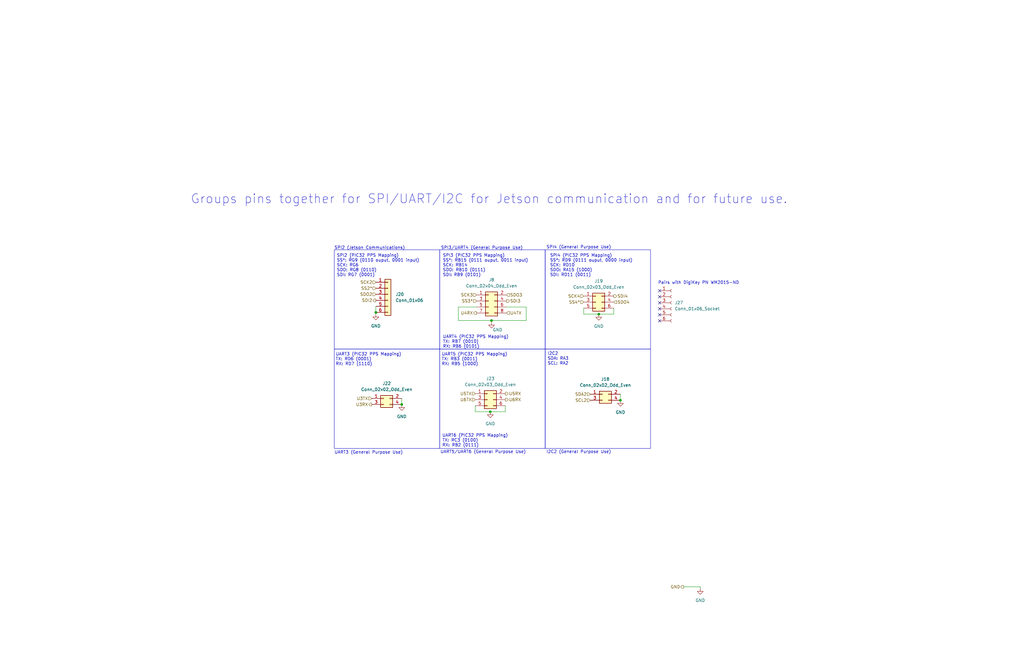
<source format=kicad_sch>
(kicad_sch (version 20250114) (generator "eeschema") (generator_version "9.0")
  (paper "B")
  (title_block (title "MCU Controller") (date "2025-05-18") (rev "0.3") (company "satomm@stanford.edu") (comment 1 "Department of Civil and Environmental Engineering") (comment 2 "Engineering Informatics Group") (comment 3 "Stanford University") (comment 4 "Matthew Sato"))
  (lib_symbols
    (symbol "Connector:Conn_01x06_Socket" (pin_names (offset 1.016) (hide yes))
      (property "Reference" "J" (at 0 7.62 0))
      (property "Value" "Conn_01x06_Socket" (at 0 -10.16 0))
      (symbol "Conn_01x06_Socket_1_1"
        (polyline (pts (xy -1.27 5.08) (xy -0.508 5.08)) (stroke (width 0.1524)))
        (polyline (pts (xy -1.27 2.54) (xy -0.508 2.54)) (stroke (width 0.1524)))
        (polyline (pts (xy -1.27 0) (xy -0.508 0)) (stroke (width 0.1524)))
        (polyline (pts (xy -1.27 -2.54) (xy -0.508 -2.54)) (stroke (width 0.1524)))
        (polyline (pts (xy -1.27 -5.08) (xy -0.508 -5.08)) (stroke (width 0.1524)))
        (polyline (pts (xy -1.27 -7.62) (xy -0.508 -7.62)) (stroke (width 0.1524)))
        (arc (start 0 4.572) (mid -0.5058 5.08) (end 0 5.588) (stroke (width 0.1524)))
        (arc (start 0 2.032) (mid -0.5058 2.54) (end 0 3.048) (stroke (width 0.1524)))
        (arc (start 0 -0.508) (mid -0.5058 0) (end 0 0.508) (stroke (width 0.1524)))
        (arc (start 0 -3.048) (mid -0.5058 -2.54) (end 0 -2.032) (stroke (width 0.1524)))
        (arc (start 0 -5.588) (mid -0.5058 -5.08) (end 0 -4.572) (stroke (width 0.1524)))
        (arc (start 0 -8.128) (mid -0.5058 -7.62) (end 0 -7.112) (stroke (width 0.1524)))
        (pin passive line (at -5.08 5.08 0) (length 3.81) (name "Pin_1") (number "1"))
        (pin passive line (at -5.08 2.54 0) (length 3.81) (name "Pin_2") (number "2"))
        (pin passive line (at -5.08 0 0) (length 3.81) (name "Pin_3") (number "3"))
        (pin passive line (at -5.08 -2.54 0) (length 3.81) (name "Pin_4") (number "4"))
        (pin passive line (at -5.08 -5.08 0) (length 3.81) (name "Pin_5") (number "5"))
        (pin passive line (at -5.08 -7.62 0) (length 3.81) (name "Pin_6") (number "6"))
      )
    )
    (symbol "Connector_Generic:Conn_01x06" (pin_names (offset 1.016) (hide yes))
      (property "Reference" "J" (at 0 7.62 0))
      (property "Value" "Conn_01x06" (at 0 -10.16 0))
      (symbol "Conn_01x06_1_1"
        (rectangle (start -1.27 6.35) (end 1.27 -8.89) (stroke (width 0.254)) (fill (type background)))
        (rectangle (start -1.27 5.207) (end 0 4.953) (stroke (width 0.1524)))
        (rectangle (start -1.27 2.667) (end 0 2.413) (stroke (width 0.1524)))
        (rectangle (start -1.27 0.127) (end 0 -0.127) (stroke (width 0.1524)))
        (rectangle (start -1.27 -2.413) (end 0 -2.667) (stroke (width 0.1524)))
        (rectangle (start -1.27 -4.953) (end 0 -5.207) (stroke (width 0.1524)))
        (rectangle (start -1.27 -7.493) (end 0 -7.747) (stroke (width 0.1524)))
        (pin passive line (at -5.08 5.08 0) (length 3.81) (name "Pin_1") (number "1"))
        (pin passive line (at -5.08 2.54 0) (length 3.81) (name "Pin_2") (number "2"))
        (pin passive line (at -5.08 0 0) (length 3.81) (name "Pin_3") (number "3"))
        (pin passive line (at -5.08 -2.54 0) (length 3.81) (name "Pin_4") (number "4"))
        (pin passive line (at -5.08 -5.08 0) (length 3.81) (name "Pin_5") (number "5"))
        (pin passive line (at -5.08 -7.62 0) (length 3.81) (name "Pin_6") (number "6"))
      )
    )
    (symbol "Connector_Generic:Conn_02x02_Odd_Even" (pin_names (offset 1.016) (hide yes))
      (property "Reference" "J" (at 1.27 2.54 0))
      (property "Value" "Conn_02x02_Odd_Even" (at 1.27 -5.08 0))
      (symbol "Conn_02x02_Odd_Even_1_1"
        (rectangle (start -1.27 1.27) (end 3.81 -3.81) (stroke (width 0.254)) (fill (type background)))
        (rectangle (start -1.27 0.127) (end 0 -0.127) (stroke (width 0.1524)))
        (rectangle (start -1.27 -2.413) (end 0 -2.667) (stroke (width 0.1524)))
        (rectangle (start 3.81 0.127) (end 2.54 -0.127) (stroke (width 0.1524)))
        (rectangle (start 3.81 -2.413) (end 2.54 -2.667) (stroke (width 0.1524)))
        (pin passive line (at -5.08 0 0) (length 3.81) (name "Pin_1") (number "1"))
        (pin passive line (at -5.08 -2.54 0) (length 3.81) (name "Pin_3") (number "3"))
        (pin passive line (at 7.62 0 180) (length 3.81) (name "Pin_2") (number "2"))
        (pin passive line (at 7.62 -2.54 180) (length 3.81) (name "Pin_4") (number "4"))
      )
    )
    (symbol "Connector_Generic:Conn_02x03_Odd_Even" (pin_names (offset 1.016) (hide yes))
      (property "Reference" "J" (at 1.27 5.08 0))
      (property "Value" "Conn_02x03_Odd_Even" (at 1.27 -5.08 0))
      (symbol "Conn_02x03_Odd_Even_1_1"
        (rectangle (start -1.27 3.81) (end 3.81 -3.81) (stroke (width 0.254)) (fill (type background)))
        (rectangle (start -1.27 2.667) (end 0 2.413) (stroke (width 0.1524)))
        (rectangle (start -1.27 0.127) (end 0 -0.127) (stroke (width 0.1524)))
        (rectangle (start -1.27 -2.413) (end 0 -2.667) (stroke (width 0.1524)))
        (rectangle (start 3.81 2.667) (end 2.54 2.413) (stroke (width 0.1524)))
        (rectangle (start 3.81 0.127) (end 2.54 -0.127) (stroke (width 0.1524)))
        (rectangle (start 3.81 -2.413) (end 2.54 -2.667) (stroke (width 0.1524)))
        (pin passive line (at -5.08 2.54 0) (length 3.81) (name "Pin_1") (number "1"))
        (pin passive line (at -5.08 0 0) (length 3.81) (name "Pin_3") (number "3"))
        (pin passive line (at -5.08 -2.54 0) (length 3.81) (name "Pin_5") (number "5"))
        (pin passive line (at 7.62 2.54 180) (length 3.81) (name "Pin_2") (number "2"))
        (pin passive line (at 7.62 0 180) (length 3.81) (name "Pin_4") (number "4"))
        (pin passive line (at 7.62 -2.54 180) (length 3.81) (name "Pin_6") (number "6"))
      )
    )
    (symbol "Connector_Generic:Conn_02x04_Odd_Even" (pin_names (offset 1.016) (hide yes))
      (property "Reference" "J" (at 1.27 5.08 0))
      (property "Value" "Conn_02x04_Odd_Even" (at 1.27 -7.62 0))
      (symbol "Conn_02x04_Odd_Even_1_1"
        (rectangle (start -1.27 3.81) (end 3.81 -6.35) (stroke (width 0.254)) (fill (type background)))
        (rectangle (start -1.27 2.667) (end 0 2.413) (stroke (width 0.1524)))
        (rectangle (start -1.27 0.127) (end 0 -0.127) (stroke (width 0.1524)))
        (rectangle (start -1.27 -2.413) (end 0 -2.667) (stroke (width 0.1524)))
        (rectangle (start -1.27 -4.953) (end 0 -5.207) (stroke (width 0.1524)))
        (rectangle (start 3.81 2.667) (end 2.54 2.413) (stroke (width 0.1524)))
        (rectangle (start 3.81 0.127) (end 2.54 -0.127) (stroke (width 0.1524)))
        (rectangle (start 3.81 -2.413) (end 2.54 -2.667) (stroke (width 0.1524)))
        (rectangle (start 3.81 -4.953) (end 2.54 -5.207) (stroke (width 0.1524)))
        (pin passive line (at -5.08 2.54 0) (length 3.81) (name "Pin_1") (number "1"))
        (pin passive line (at -5.08 0 0) (length 3.81) (name "Pin_3") (number "3"))
        (pin passive line (at -5.08 -2.54 0) (length 3.81) (name "Pin_5") (number "5"))
        (pin passive line (at -5.08 -5.08 0) (length 3.81) (name "Pin_7") (number "7"))
        (pin passive line (at 7.62 2.54 180) (length 3.81) (name "Pin_2") (number "2"))
        (pin passive line (at 7.62 0 180) (length 3.81) (name "Pin_4") (number "4"))
        (pin passive line (at 7.62 -2.54 180) (length 3.81) (name "Pin_6") (number "6"))
        (pin passive line (at 7.62 -5.08 180) (length 3.81) (name "Pin_8") (number "8"))
      )
    )
    (symbol "power:GND" (power) (pin_names (offset 0))
      (property "Value" "GND" (at 0 -3.81 0))
      (symbol "GND_0_1"
        (polyline (pts (xy 0 0) (xy 0 -1.27) (xy 1.27 -1.27) (xy 0 -2.54) (xy -1.27 -1.27) (xy 0 -1.27)))
      )
      (symbol "GND_1_1"
        (pin power_in line (at 0 0 270) (length 0) (hide yes) (name "GND") (number "1"))
      )
    )
  )
  (rectangle (start 185.42 105.41) (end 229.87 147.32))
  (rectangle (start 229.87 105.41) (end 274.32 147.32))
  (rectangle (start 185.42 147.32) (end 229.87 189.23))
  (rectangle (start 229.87 147.32) (end 274.32 189.23))
  (rectangle (start 140.97 147.32) (end 185.42 189.23))
  (rectangle (start 140.97 105.41) (end 185.42 147.32))
  (text "SPI3/UART4 (General Purpose Use)" (at 185.928 105.41 0) (effects (font (size 1.27 1.27)) (justify left bottom)))
  (text "UART3 (General Purpose Use)" (at 155.448 191.008 0) (effects (font (size 1.27 1.27))))
  (text "UART4 (PIC32 PPS Mapping)\nTX: RB7 (0010)\nRX: RB6 (0101)" (at 186.69 144.272 0) (effects (font (size 1.27 1.27) (thickness 0.1588)) (justify left)))
  (text "I2C2\nSDA: RA3\nSCL: RA2" (at 230.886 151.384 0) (effects (font (size 1.27 1.27) (thickness 0.1588)) (justify left)))
  (text "SPI4 (General Purpose Use)" (at 230.378 105.156 0) (effects (font (size 1.27 1.27)) (justify left bottom)))
  (text "UART5 (PIC32 PPS Mapping)\nTX: RB3 (0011)\nRX: RB5 (1000)" (at 186.182 151.638 0) (effects (font (size 1.27 1.27) (thickness 0.1588)) (justify left)))
  (text "Pairs with DigiKey PN WM2015-ND\n" (at 277.495 120.142 0) (effects (font (size 1.27 1.27)) (justify left bottom)))
  (text "UART5/UART6 (General Purpose Use)" (at 185.674 191.516 0) (effects (font (size 1.27 1.27)) (justify left bottom)))
  (text "SPI4 (PIC32 PPS Mapping)\nSS*: RD9 (0111 ouput, 0000 input)\nSCK: RD10\nSDO: RA15 (1000)\nSDI: RD11 (0011)" (at 231.902 112.014 0) (effects (font (size 1.27 1.27) (thickness 0.1588)) (justify left)))
  (text "I2C2 (General Purpose Use)" (at 230.378 191.516 0) (effects (font (size 1.27 1.27)) (justify left bottom)))
  (text "Groups pins together for SPI/UART/I2C for Jetson communication and for future use." (at 206.248 84.074 0) (effects (font (size 3.81 3.81))))
  (text "SPI2 (Jetson Communications)" (at 140.97 105.41 0) (effects (font (size 1.27 1.27)) (justify left bottom)))
  (text "UART3 (PIC32 PPS Mapping)\nTX: RD6 (0001)\nRX: RD7 (1110)" (at 141.478 151.638 0) (effects (font (size 1.27 1.27) (thickness 0.1588)) (justify left)))
  (text "UART6 (PIC32 PPS Mapping)\nTX: RC3 (0100)\nRX: RB2 (0111)" (at 186.436 185.928 0) (effects (font (size 1.27 1.27) (thickness 0.1588)) (justify left)))
  (text "SPI2 (PIC32 PPS Mapping)\nSS*: RG9 (0110 ouput, 0001 input)\nSCK: RG6\nSDO: RG8 (0110)\nSDI: RG7 (0001)" (at 141.986 112.014 0) (effects (font (size 1.27 1.27) (thickness 0.1588)) (justify left)))
  (text "SPI3 (PIC32 PPS Mapping)\nSS*: RB15 (0111 ouput, 0011 input)\nSCK: RB14\nSDO: RB10 (0111)\nSDI: RB9 (0101)" (at 186.69 112.014 0) (effects (font (size 1.27 1.27) (thickness 0.1588)) (justify left)))
  (junction (at 261.62 168.91))
  (junction (at 158.496 131.826))
  (junction (at 252.476 132.588))
  (junction (at 206.756 173.736))
  (junction (at 207.264 135.255))
  (junction (at 169.418 170.688))
  (no_connect (at 278.13 122.682))
  (no_connect (at 278.13 130.302))
  (no_connect (at 278.13 127.762))
  (no_connect (at 278.13 132.842))
  (no_connect (at 278.13 135.382))
  (no_connect (at 278.13 125.222))
  (wire (pts (xy 213.106 173.736) (xy 213.106 171.196)))
  (wire (pts (xy 252.476 132.588) (xy 258.826 132.588)))
  (wire (pts (xy 261.62 166.37) (xy 261.62 168.91)))
  (wire (pts (xy 258.826 132.588) (xy 258.826 130.048)))
  (wire (pts (xy 246.126 130.048) (xy 246.126 132.588)))
  (wire (pts (xy 200.914 129.54) (xy 193.294 129.54)))
  (wire (pts (xy 169.418 168.148) (xy 169.418 170.688)))
  (wire (pts (xy 206.756 173.736) (xy 213.106 173.736)))
  (wire (pts (xy 221.869 129.54) (xy 221.869 135.255)))
  (wire (pts (xy 213.614 129.54) (xy 221.869 129.54)))
  (wire (pts (xy 207.264 135.89) (xy 207.264 135.255)))
  (wire (pts (xy 200.406 173.736) (xy 206.756 173.736)))
  (wire (pts (xy 193.294 129.54) (xy 193.294 135.255)))
  (wire (pts (xy 295.275 248.285) (xy 295.275 247.65)))
  (wire (pts (xy 193.294 135.255) (xy 207.264 135.255)))
  (wire (pts (xy 200.406 171.196) (xy 200.406 173.736)))
  (wire (pts (xy 158.496 129.286) (xy 158.496 131.826)))
  (wire (pts (xy 158.496 131.826) (xy 158.496 132.461)))
  (wire (pts (xy 207.264 135.255) (xy 221.869 135.255)))
  (wire (pts (xy 295.275 247.65) (xy 288.29 247.65)))
  (wire (pts (xy 246.126 132.588) (xy 252.476 132.588)))
  (hierarchical_label "U5TX" (shape input) (at 200.406 166.116 180))
  (hierarchical_label "SDI3" (shape output) (at 213.614 127 0))
  (hierarchical_label "SDI2" (shape output) (at 158.496 126.746 180))
  (hierarchical_label "SCK2" (shape input) (at 158.496 119.126 180))
  (hierarchical_label "U6TX" (shape input) (at 200.406 168.656 180))
  (hierarchical_label "U4TX" (shape input) (at 213.614 132.08 0))
  (hierarchical_label "SDA2" (shape input) (at 248.92 166.37 180))
  (hierarchical_label "SDO4" (shape input) (at 258.826 127.508 0))
  (hierarchical_label "GND" (shape output) (at 288.29 247.65 180))
  (hierarchical_label "SCL2" (shape input) (at 248.92 168.91 180))
  (hierarchical_label "U3RX" (shape output) (at 156.718 170.688 180))
  (hierarchical_label "SCK4" (shape input) (at 246.126 124.968 180))
  (hierarchical_label "SDI4" (shape output) (at 258.826 124.968 0))
  (hierarchical_label "U5RX" (shape output) (at 213.106 166.116 0))
  (hierarchical_label "U3TX" (shape input) (at 156.718 168.148 180))
  (hierarchical_label "U4RX" (shape output) (at 200.914 132.08 180))
  (hierarchical_label "SDO3" (shape input) (at 213.614 124.46 0))
  (hierarchical_label "U6RX" (shape output) (at 213.106 168.656 0))
  (hierarchical_label "SS3*" (shape input) (at 200.914 127 180))
  (hierarchical_label "SDO2" (shape input) (at 158.496 124.206 180))
  (hierarchical_label "SS2*" (shape input) (at 158.496 121.666 180))
  (hierarchical_label "SS4*" (shape input) (at 246.126 127.508 180))
  (hierarchical_label "SCK3" (shape input) (at 200.914 124.46 180))
  (symbol (lib_id "Connector_Generic:Conn_02x03_Odd_Even") (at 205.486 168.656 0) (unit 1) (in_bom no)
    (property "Reference" "J23" (at 206.756 159.766 0))
    (property "Value" "Conn_02x03_Odd_Even" (at 206.756 162.306 0))
    (property "Footprint" "Connector_PinHeader_2.54mm:PinHeader_2x03_P2.54mm_Vertical" (effects (hide yes)))
    (property "Datasheet" "https://cdn.amphenol-cs.com/media/wysiwyg/files/drawing/10129381.pdf" (effects (hide yes)))
    (property "Description" "CONN HEADER VERT 6POS 2.54MM" (effects (hide yes)))
    (property "Mfr" "Amphenol ICC (FCI)" (effects (hide yes)))
    (property "Mfr P/N" "10129381-906002BLF" (effects (hide yes)))
    (property "Supplier 1" "DigiKey" (effects (hide yes)))
    (property "Supplier 1 P/N" "10129381-906002BLF-ND" (effects (hide yes)))
  )
  (symbol (lib_id "Connector_Generic:Conn_02x03_Odd_Even") (at 251.206 127.508 0) (unit 1) (in_bom no)
    (property "Reference" "J19" (at 252.476 118.618 0))
    (property "Value" "Conn_02x03_Odd_Even" (at 252.476 121.158 0))
    (property "Footprint" "Connector_PinHeader_2.54mm:PinHeader_2x03_P2.54mm_Vertical" (effects (hide yes)))
    (property "Datasheet" "https://cdn.amphenol-cs.com/media/wysiwyg/files/drawing/10129381.pdf" (effects (hide yes)))
    (property "Description" "CONN HEADER VERT 6POS 2.54MM" (effects (hide yes)))
    (property "Mfr" "Amphenol ICC (FCI)" (effects (hide yes)))
    (property "Mfr P/N" "10129381-906002BLF" (effects (hide yes)))
    (property "Supplier 1" "DigiKey" (effects (hide yes)))
    (property "Supplier 1 P/N" "10129381-906002BLF-ND" (effects (hide yes)))
  )
  (symbol (lib_id "power:GND") (at 295.275 248.285 0) (unit 1)
    (property "Reference" "#PWR082" (effects (hide yes)))
    (property "Value" "GND" (at 295.275 253.365 0))
  )
  (symbol (lib_id "power:GND") (at 206.756 173.736 0) (unit 1)
    (property "Reference" "#PWR0164" (effects (hide yes)))
    (property "Value" "GND" (at 206.756 178.816 0))
  )
  (symbol (lib_id "power:GND") (at 158.496 132.461 0) (unit 1)
    (property "Reference" "#PWR0166" (effects (hide yes)))
    (property "Value" "GND" (at 158.496 137.541 0))
  )
  (symbol (lib_id "Connector_Generic:Conn_01x06") (at 163.576 124.206 0) (unit 1)
    (property "Reference" "J20" (at 166.751 124.206 0) (effects (justify left)))
    (property "Value" "Conn_01x06" (at 166.751 126.746 0) (effects (justify left)))
    (property "Footprint" "Connector_Molex:Molex_KK-254_AE-6410-06A_1x06_P2.54mm_Vertical" (effects (hide yes)))
    (property "Description" "CONN HEADER VERT 6POS 2.54MM" (effects (hide yes)))
    (property "Mfr" "Molex" (effects (hide yes)))
    (property "Mfr P/N" "0022232061" (effects (hide yes)))
    (property "Supplier 1" "DigiKey" (effects (hide yes)))
    (property "Supplier 1 P/N" "WM4204-ND" (effects (hide yes)))
  )
  (symbol (lib_id "Connector_Generic:Conn_02x02_Odd_Even") (at 161.798 168.148 0) (unit 1) (in_bom no)
    (property "Reference" "J22" (at 163.068 161.798 0))
    (property "Value" "Conn_02x02_Odd_Even" (at 163.068 164.338 0))
    (property "Footprint" "Connector_PinHeader_2.54mm:PinHeader_2x02_P2.54mm_Vertical" (effects (hide yes)))
    (property "Datasheet" "https://cdn.amphenol-cs.com/media/wysiwyg/files/drawing/10129381.pdf" (effects (hide yes)))
    (property "Description" "CONN HEADER VERT 4POS 2.54MM" (effects (hide yes)))
    (property "Mfr" "Amphenol ICC (FCI)" (effects (hide yes)))
    (property "Mfr P/N" "10129381-904003BLF" (effects (hide yes)))
    (property "Supplier 1" "DigiKey" (effects (hide yes)))
    (property "Supplier 1 P/N" "10129381-904003BLF-ND" (effects (hide yes)))
  )
  (symbol (lib_id "power:GND") (at 207.264 135.89 0) (unit 1)
    (property "Reference" "#PWR080" (effects (hide yes)))
    (property "Value" "GND" (at 209.804 139.192 0))
  )
  (symbol (lib_id "power:GND") (at 261.62 168.91 0) (unit 1)
    (property "Reference" "#PWR0160" (effects (hide yes)))
    (property "Value" "GND" (at 261.62 173.99 0))
  )
  (symbol (lib_id "Connector:Conn_01x06_Socket") (at 283.21 127.762 0) (unit 1) (on_board no)
    (property "Reference" "J27" (at 284.48 127.762 0) (effects (justify left)))
    (property "Value" "Conn_01x06_Socket" (at 284.48 130.302 0) (effects (justify left)))
    (property "Description" "CONN RCPT HSG 6POS 2.54MM" (effects (hide yes)))
    (property "Mfr" "Molex" (effects (hide yes)))
    (property "Mfr P/N" "0022012067" (effects (hide yes)))
    (property "Supplier 1" "DigiKey" (effects (hide yes)))
    (property "Supplier 1 P/N" "WM2015-ND" (effects (hide yes)))
  )
  (symbol (lib_id "Connector_Generic:Conn_02x02_Odd_Even") (at 254 166.37 0) (unit 1) (in_bom no)
    (property "Reference" "J18" (at 255.27 160.02 0))
    (property "Value" "Conn_02x02_Odd_Even" (at 255.27 162.56 0))
    (property "Footprint" "Connector_PinHeader_2.54mm:PinHeader_2x02_P2.54mm_Vertical" (effects (hide yes)))
    (property "Datasheet" "https://cdn.amphenol-cs.com/media/wysiwyg/files/drawing/10129381.pdf" (effects (hide yes)))
    (property "Description" "CONN HEADER VERT 4POS 2.54MM" (effects (hide yes)))
    (property "Mfr" "Amphenol ICC (FCI)" (effects (hide yes)))
    (property "Mfr P/N" "10129381-904003BLF" (effects (hide yes)))
    (property "Supplier 1" "DigiKey" (effects (hide yes)))
    (property "Supplier 1 P/N" "10129381-904003BLF-ND" (effects (hide yes)))
  )
  (symbol (lib_id "power:GND") (at 252.476 132.588 0) (unit 1)
    (property "Reference" "#PWR0161" (effects (hide yes)))
    (property "Value" "GND" (at 252.476 137.668 0))
  )
  (symbol (lib_id "Connector_Generic:Conn_02x04_Odd_Even") (at 205.994 127 0) (unit 1) (in_bom no)
    (property "Reference" "J8" (at 207.264 118.11 0))
    (property "Value" "Conn_02x04_Odd_Even" (at 207.264 120.65 0))
    (property "Footprint" "Connector_PinHeader_2.54mm:PinHeader_2x04_P2.54mm_Vertical" (effects (hide yes)))
    (property "Datasheet" "https://cdn.amphenol-cs.com/media/wysiwyg/files/drawing/10129381.pdf" (effects (hide yes)))
    (property "Description" "CONN HEADER VERT 8POS 2.54MM" (effects (hide yes)))
    (property "Mfr" "Amphenol ICC (FCI)" (effects (hide yes)))
    (property "Mfr P/N" "10129381-908001BLF" (effects (hide yes)))
    (property "Supplier 1" "DigiKey" (effects (hide yes)))
    (property "Supplier 1 P/N" "10129381-908001BLF-ND" (effects (hide yes)))
  )
  (symbol (lib_id "power:GND") (at 169.418 170.688 0) (unit 1)
    (property "Reference" "#PWR0163" (effects (hide yes)))
    (property "Value" "GND" (at 169.418 175.768 0))
  )
)
</source>
